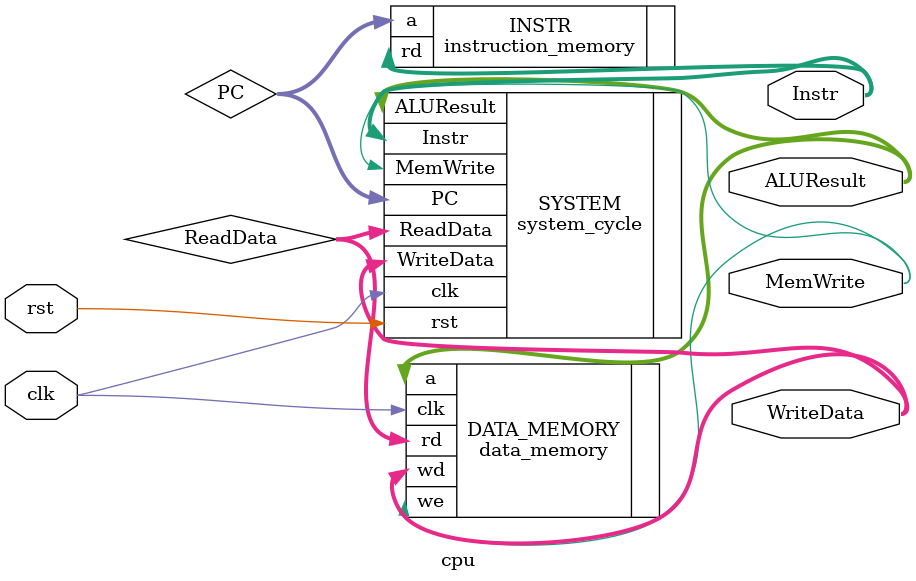
<source format=v>
module cpu (
    input  wire        clk,
    input  wire        rst,
    output wire        MemWrite,
    output wire [31:0] WriteData,
    output wire [31:0] ALUResult,
    output wire [31:0] Instr
);
    wire [31:0] PC, ReadData;

    system_cycle SYSTEM (
        // datapath
        .clk(clk),               // input modulo
        .rst(rst),               // input modulo
        .Instr(Instr),           // input modulo
        .ReadData(ReadData),     // input modulo
        .PC(PC),                 // saida
        .MemWrite(MemWrite),     // saida
        .ALUResult(ALUResult),   // saida
        .WriteData(WriteData)    // saida
    );

    instruction_memory #(
        .PATH_FILE("C:/Users/nandinha/Documents/unifei/cidigital/fernanda/entregas/Trabalho/Microarquitetura_RISC-V_Single-Cycle/machine_language.txt")
    ) INSTR (
        .a(PC),     // input datapath
        .rd(Instr)  // saida
    );

    data_memory DATA_MEMORY (
        .clk(clk),
        .we(MemWrite),  // input control_unit
        .a(ALUResult),  // input datapath
        .wd(WriteData), // input datapath
        .rd(ReadData)   // saida
    );
endmodule

</source>
